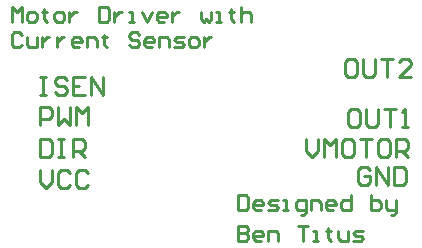
<source format=gbo>
G04*
G04 #@! TF.GenerationSoftware,Altium Limited,Altium Designer,18.0.12 (696)*
G04*
G04 Layer_Color=32896*
%FSLAX25Y25*%
%MOIN*%
G70*
G01*
G75*
%ADD12C,0.01000*%
D12*
X207000Y134063D02*
Y129064D01*
X209499D01*
X210332Y129897D01*
Y133229D01*
X209499Y134063D01*
X207000D01*
X214498Y129064D02*
X212831D01*
X211998Y129897D01*
Y131563D01*
X212831Y132396D01*
X214498D01*
X215331Y131563D01*
Y130730D01*
X211998D01*
X216997Y129064D02*
X219496D01*
X220329Y129897D01*
X219496Y130730D01*
X217830D01*
X216997Y131563D01*
X217830Y132396D01*
X220329D01*
X221995Y129064D02*
X223661D01*
X222828D01*
Y132396D01*
X221995D01*
X227827Y127398D02*
X228660D01*
X229493Y128231D01*
Y132396D01*
X226993D01*
X226161Y131563D01*
Y129897D01*
X226993Y129064D01*
X229493D01*
X231159D02*
Y132396D01*
X233658D01*
X234491Y131563D01*
Y129064D01*
X238656D02*
X236990D01*
X236157Y129897D01*
Y131563D01*
X236990Y132396D01*
X238656D01*
X239490Y131563D01*
Y130730D01*
X236157D01*
X244488Y134063D02*
Y129064D01*
X241989D01*
X241156Y129897D01*
Y131563D01*
X241989Y132396D01*
X244488D01*
X251152Y134063D02*
Y129064D01*
X253651D01*
X254485Y129897D01*
Y130730D01*
Y131563D01*
X253651Y132396D01*
X251152D01*
X256151D02*
Y129897D01*
X256984Y129064D01*
X259483D01*
Y128231D01*
X258650Y127398D01*
X257817D01*
X259483Y129064D02*
Y132396D01*
X207000Y123998D02*
Y119000D01*
X209499D01*
X210332Y119833D01*
Y120666D01*
X209499Y121499D01*
X207000D01*
X209499D01*
X210332Y122332D01*
Y123165D01*
X209499Y123998D01*
X207000D01*
X214498Y119000D02*
X212831D01*
X211998Y119833D01*
Y121499D01*
X212831Y122332D01*
X214498D01*
X215331Y121499D01*
Y120666D01*
X211998D01*
X216997Y119000D02*
Y122332D01*
X219496D01*
X220329Y121499D01*
Y119000D01*
X226993Y123998D02*
X230326D01*
X228660D01*
Y119000D01*
X231992D02*
X233658D01*
X232825D01*
Y122332D01*
X231992D01*
X236990Y123165D02*
Y122332D01*
X236157D01*
X237823D01*
X236990D01*
Y119833D01*
X237823Y119000D01*
X240322Y122332D02*
Y119833D01*
X241156Y119000D01*
X243655D01*
Y122332D01*
X245321Y119000D02*
X247820D01*
X248653Y119833D01*
X247820Y120666D01*
X246154D01*
X245321Y121499D01*
X246154Y122332D01*
X248653D01*
X131500Y191898D02*
Y196896D01*
X133166Y195230D01*
X134832Y196896D01*
Y191898D01*
X137331D02*
X138998D01*
X139831Y192731D01*
Y194397D01*
X138998Y195230D01*
X137331D01*
X136498Y194397D01*
Y192731D01*
X137331Y191898D01*
X142330Y196063D02*
Y195230D01*
X141497D01*
X143163D01*
X142330D01*
Y192731D01*
X143163Y191898D01*
X146495D02*
X148161D01*
X148994Y192731D01*
Y194397D01*
X148161Y195230D01*
X146495D01*
X145662Y194397D01*
Y192731D01*
X146495Y191898D01*
X150661Y195230D02*
Y191898D01*
Y193564D01*
X151494Y194397D01*
X152327Y195230D01*
X153160D01*
X160657Y196896D02*
Y191898D01*
X163156D01*
X163989Y192731D01*
Y196063D01*
X163156Y196896D01*
X160657D01*
X165656Y195230D02*
Y191898D01*
Y193564D01*
X166489Y194397D01*
X167322Y195230D01*
X168155D01*
X170654Y191898D02*
X172320D01*
X171487D01*
Y195230D01*
X170654D01*
X174819D02*
X176485Y191898D01*
X178152Y195230D01*
X182317Y191898D02*
X180651D01*
X179818Y192731D01*
Y194397D01*
X180651Y195230D01*
X182317D01*
X183150Y194397D01*
Y193564D01*
X179818D01*
X184816Y195230D02*
Y191898D01*
Y193564D01*
X185649Y194397D01*
X186482Y195230D01*
X187315D01*
X194813D02*
Y192731D01*
X195646Y191898D01*
X196479Y192731D01*
X197312Y191898D01*
X198145Y192731D01*
Y195230D01*
X199811Y191898D02*
X201477D01*
X200644D01*
Y195230D01*
X199811D01*
X204810Y196063D02*
Y195230D01*
X203976D01*
X205643D01*
X204810D01*
Y192731D01*
X205643Y191898D01*
X208142Y196896D02*
Y191898D01*
Y194397D01*
X208975Y195230D01*
X210641D01*
X211474Y194397D01*
Y191898D01*
X134832Y187665D02*
X133999Y188498D01*
X132333D01*
X131500Y187665D01*
Y184333D01*
X132333Y183500D01*
X133999D01*
X134832Y184333D01*
X136498Y186832D02*
Y184333D01*
X137331Y183500D01*
X139831D01*
Y186832D01*
X141497D02*
Y183500D01*
Y185166D01*
X142330Y185999D01*
X143163Y186832D01*
X143996D01*
X146495D02*
Y183500D01*
Y185166D01*
X147328Y185999D01*
X148161Y186832D01*
X148994D01*
X153993Y183500D02*
X152327D01*
X151494Y184333D01*
Y185999D01*
X152327Y186832D01*
X153993D01*
X154826Y185999D01*
Y185166D01*
X151494D01*
X156492Y183500D02*
Y186832D01*
X158991D01*
X159824Y185999D01*
Y183500D01*
X162323Y187665D02*
Y186832D01*
X161490D01*
X163156D01*
X162323D01*
Y184333D01*
X163156Y183500D01*
X173986Y187665D02*
X173153Y188498D01*
X171487D01*
X170654Y187665D01*
Y186832D01*
X171487Y185999D01*
X173153D01*
X173986Y185166D01*
Y184333D01*
X173153Y183500D01*
X171487D01*
X170654Y184333D01*
X178152Y183500D02*
X176485D01*
X175652Y184333D01*
Y185999D01*
X176485Y186832D01*
X178152D01*
X178985Y185999D01*
Y185166D01*
X175652D01*
X180651Y183500D02*
Y186832D01*
X183150D01*
X183983Y185999D01*
Y183500D01*
X185649D02*
X188148D01*
X188981Y184333D01*
X188148Y185166D01*
X186482D01*
X185649Y185999D01*
X186482Y186832D01*
X188981D01*
X191481Y183500D02*
X193147D01*
X193980Y184333D01*
Y185999D01*
X193147Y186832D01*
X191481D01*
X190647Y185999D01*
Y184333D01*
X191481Y183500D01*
X195646Y186832D02*
Y183500D01*
Y185166D01*
X196479Y185999D01*
X197312Y186832D01*
X198145D01*
X141000Y142498D02*
Y138499D01*
X142999Y136500D01*
X144999Y138499D01*
Y142498D01*
X150997Y141498D02*
X149997Y142498D01*
X147998D01*
X146998Y141498D01*
Y137500D01*
X147998Y136500D01*
X149997D01*
X150997Y137500D01*
X156995Y141498D02*
X155995Y142498D01*
X153996D01*
X152996Y141498D01*
Y137500D01*
X153996Y136500D01*
X155995D01*
X156995Y137500D01*
X141000Y152998D02*
Y147000D01*
X143999D01*
X144999Y148000D01*
Y151998D01*
X143999Y152998D01*
X141000D01*
X146998D02*
X148997D01*
X147998D01*
Y147000D01*
X146998D01*
X148997D01*
X151996D02*
Y152998D01*
X154996D01*
X155995Y151998D01*
Y149999D01*
X154996Y148999D01*
X151996D01*
X153996D02*
X155995Y147000D01*
X141000Y157500D02*
Y163498D01*
X143999D01*
X144999Y162498D01*
Y160499D01*
X143999Y159499D01*
X141000D01*
X146998Y163498D02*
Y157500D01*
X148997Y159499D01*
X150997Y157500D01*
Y163498D01*
X152996Y157500D02*
Y163498D01*
X154996Y161499D01*
X156995Y163498D01*
Y157500D01*
X141000Y173498D02*
X142999D01*
X142000D01*
Y167500D01*
X141000D01*
X142999D01*
X149997Y172498D02*
X148997Y173498D01*
X146998D01*
X145998Y172498D01*
Y171499D01*
X146998Y170499D01*
X148997D01*
X149997Y169499D01*
Y168500D01*
X148997Y167500D01*
X146998D01*
X145998Y168500D01*
X155995Y173498D02*
X151996D01*
Y167500D01*
X155995D01*
X151996Y170499D02*
X153996D01*
X157994Y167500D02*
Y173498D01*
X161993Y167500D01*
Y173498D01*
X250999Y142498D02*
X249999Y143498D01*
X248000D01*
X247000Y142498D01*
Y138500D01*
X248000Y137500D01*
X249999D01*
X250999Y138500D01*
Y140499D01*
X248999D01*
X252998Y137500D02*
Y143498D01*
X256997Y137500D01*
Y143498D01*
X258996D02*
Y137500D01*
X261995D01*
X262995Y138500D01*
Y142498D01*
X261995Y143498D01*
X258996D01*
X229500Y152998D02*
Y148999D01*
X231499Y147000D01*
X233499Y148999D01*
Y152998D01*
X235498Y147000D02*
Y152998D01*
X237497Y150999D01*
X239497Y152998D01*
Y147000D01*
X244495Y152998D02*
X242496D01*
X241496Y151998D01*
Y148000D01*
X242496Y147000D01*
X244495D01*
X245495Y148000D01*
Y151998D01*
X244495Y152998D01*
X247494D02*
X251493D01*
X249494D01*
Y147000D01*
X256491Y152998D02*
X254492D01*
X253492Y151998D01*
Y148000D01*
X254492Y147000D01*
X256491D01*
X257491Y148000D01*
Y151998D01*
X256491Y152998D01*
X259490Y147000D02*
Y152998D01*
X262489D01*
X263489Y151998D01*
Y149999D01*
X262489Y148999D01*
X259490D01*
X261490D02*
X263489Y147000D01*
X246499Y162998D02*
X244500D01*
X243500Y161998D01*
Y158000D01*
X244500Y157000D01*
X246499D01*
X247499Y158000D01*
Y161998D01*
X246499Y162998D01*
X249498D02*
Y158000D01*
X250498Y157000D01*
X252497D01*
X253497Y158000D01*
Y162998D01*
X255496D02*
X259495D01*
X257495D01*
Y157000D01*
X261494D02*
X263493D01*
X262494D01*
Y162998D01*
X261494Y161998D01*
X245499Y179498D02*
X243500D01*
X242500Y178498D01*
Y174500D01*
X243500Y173500D01*
X245499D01*
X246499Y174500D01*
Y178498D01*
X245499Y179498D01*
X248498D02*
Y174500D01*
X249498Y173500D01*
X251497D01*
X252497Y174500D01*
Y179498D01*
X254496D02*
X258495D01*
X256495D01*
Y173500D01*
X264493D02*
X260494D01*
X264493Y177499D01*
Y178498D01*
X263493Y179498D01*
X261494D01*
X260494Y178498D01*
M02*

</source>
